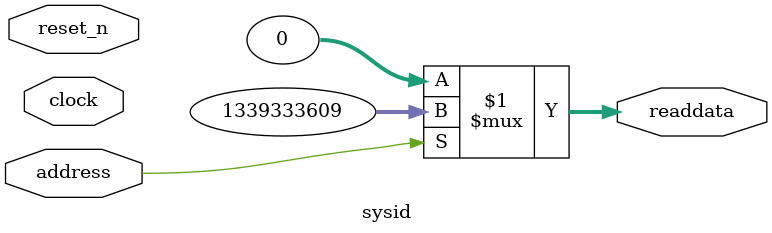
<source format=v>

`timescale 1ns / 1ps
// synthesis translate_on

// turn off superfluous verilog processor warnings 
// altera message_level Level1 
// altera message_off 10034 10035 10036 10037 10230 10240 10030 

module sysid (
               // inputs:
                address,
                clock,
                reset_n,

               // outputs:
                readdata
             )
;

  output  [ 31: 0] readdata;
  input            address;
  input            clock;
  input            reset_n;

  wire    [ 31: 0] readdata;
  //control_slave, which is an e_avalon_slave
  assign readdata = address ? 1339333609 : 0;

endmodule


</source>
